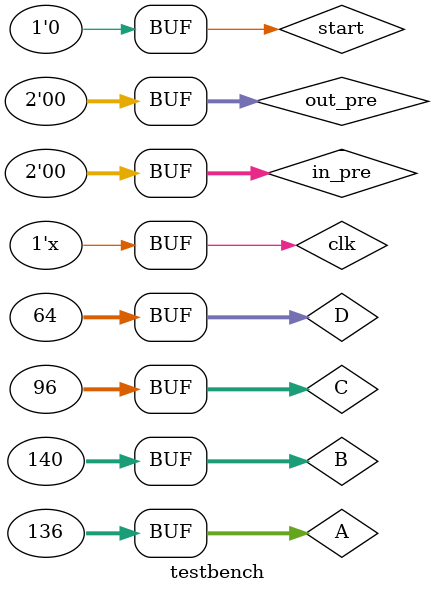
<source format=v>
`timescale 1ns / 1ps
module testbench();
reg [1:0] in_pre,out_pre;
reg [31:0] A,B,C,D;
wire[31:0] out;
wire soe;
reg clk=0;
reg start=0;

top top(clk,start,A,B,C,D,in_pre,out_pre,out,soe);
initial begin
    A = 32'b10001000;
    B = 32'b10001100;
    C = 32'b01100000;
    D = 32'b01000000;
	in_pre = 2'b00;
    out_pre = 2'b00;
    start=1;
    #20
    start=0;

end

always #10 clk <= ~clk;
endmodule
</source>
